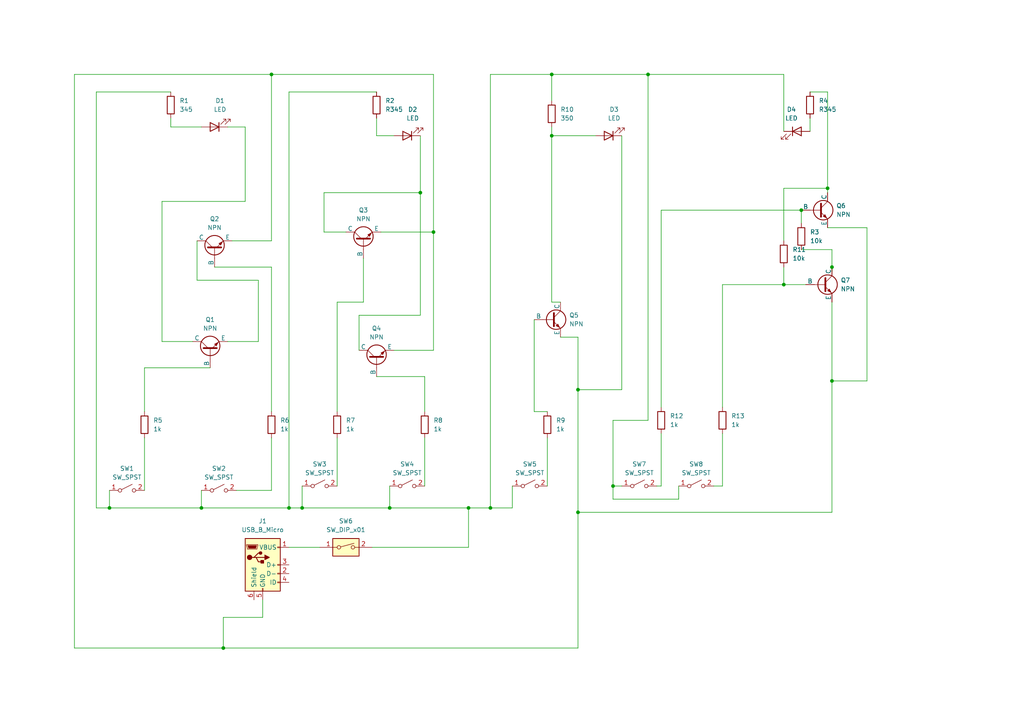
<source format=kicad_sch>
(kicad_sch (version 20231120) (generator "eeschema") (generator_version "8.0")
  (paper "A4")
  (lib_symbols
    (symbol "Connector:USB_B_Micro" (pin_names (offset 1.016))
      (property "Reference" "J" (at -5.08 11.43 0))
      (property "Value" "USB_B_Micro" (at -5.08 8.89 0))
      (symbol "USB_B_Micro_0_1"
        (rectangle (start -5.08 -7.62) (end 5.08 7.62) (stroke (width 0.254)) (fill (type background)))
        (circle (center -3.81 2.159) (radius 0.635) (stroke (width 0.254)) (fill (type outline)))
        (circle (center -0.635 3.429) (radius 0.381) (stroke (width 0.254)) (fill (type outline)))
        (rectangle (start -0.127 -7.62) (end 0.127 -6.858))
        (polyline (pts (xy -1.905 2.159) (xy 0.635 2.159)) (stroke (width 0.254)))
        (polyline (pts (xy -3.175 2.159) (xy -2.54 2.159) (xy -1.27 3.429) (xy -0.635 3.429)) (stroke (width 0.254)))
        (polyline (pts (xy -2.54 2.159) (xy -1.905 2.159) (xy -1.27 0.889) (xy 0 0.889)) (stroke (width 0.254)))
        (polyline (pts (xy 0.635 2.794) (xy 0.635 1.524) (xy 1.905 2.159) (xy 0.635 2.794)) (stroke (width 0.254)) (fill (type outline)))
        (polyline (pts (xy -4.318 5.588) (xy -1.778 5.588) (xy -2.032 4.826) (xy -4.064 4.826) (xy -4.318 5.588)) (fill (type outline)))
        (polyline (pts (xy -4.699 5.842) (xy -4.699 5.588) (xy -4.445 4.826) (xy -4.445 4.572) (xy -1.651 4.572) (xy -1.651 4.826) (xy -1.397 5.588) (xy -1.397 5.842) (xy -4.699 5.842)))
        (rectangle (start 0.254 1.27) (end -0.508 0.508) (stroke (width 0.254)) (fill (type outline)))
        (rectangle (start 5.08 -5.207) (end 4.318 -4.953))
        (rectangle (start 5.08 -2.667) (end 4.318 -2.413))
        (rectangle (start 5.08 -0.127) (end 4.318 0.127))
        (rectangle (start 5.08 4.953) (end 4.318 5.207))
      )
      (symbol "USB_B_Micro_1_1"
        (pin power_out line (at 7.62 5.08 180) (length 2.54) (name "VBUS") (number "1"))
        (pin bidirectional line (at 7.62 -2.54 180) (length 2.54) (name "D-") (number "2"))
        (pin bidirectional line (at 7.62 0 180) (length 2.54) (name "D+") (number "3"))
        (pin passive line (at 7.62 -5.08 180) (length 2.54) (name "ID") (number "4"))
        (pin power_out line (at 0 -10.16 90) (length 2.54) (name "GND") (number "5"))
        (pin passive line (at -2.54 -10.16 90) (length 2.54) (name "Shield") (number "6"))
      )
    )
    (symbol "Device:LED" (pin_numbers hide) (pin_names (offset 1.016) hide)
      (property "Reference" "D" (at 0 2.54 0))
      (property "Value" "LED" (at 0 -2.54 0))
      (symbol "LED_0_1"
        (polyline (pts (xy -1.27 -1.27) (xy -1.27 1.27)) (stroke (width 0.254)))
        (polyline (pts (xy -1.27 0) (xy 1.27 0)))
        (polyline (pts (xy 1.27 -1.27) (xy 1.27 1.27) (xy -1.27 0) (xy 1.27 -1.27)) (stroke (width 0.254)))
        (polyline (pts (xy -3.048 -0.762) (xy -4.572 -2.286) (xy -3.81 -2.286) (xy -4.572 -2.286) (xy -4.572 -1.524)))
        (polyline (pts (xy -1.778 -0.762) (xy -3.302 -2.286) (xy -2.54 -2.286) (xy -3.302 -2.286) (xy -3.302 -1.524)))
      )
      (symbol "LED_1_1"
        (pin passive line (at -3.81 0 0) (length 2.54) (name "K") (number "1"))
        (pin passive line (at 3.81 0 180) (length 2.54) (name "A") (number "2"))
      )
    )
    (symbol "Device:R" (pin_numbers hide) (pin_names (offset 0))
      (property "Reference" "R" (at 2.032 0 90))
      (property "Value" "R" (at 0 0 90))
      (symbol "R_0_1"
        (rectangle (start -1.016 -2.54) (end 1.016 2.54) (stroke (width 0.254)))
      )
      (symbol "R_1_1"
        (pin passive line (at 0 3.81 270) (length 1.27) (name "~") (number "1"))
        (pin passive line (at 0 -3.81 90) (length 1.27) (name "~") (number "2"))
      )
    )
    (symbol "Simulation_SPICE:NPN" (pin_numbers hide) (pin_names (offset 0))
      (property "Reference" "Q" (at -2.54 7.62 0))
      (property "Value" "NPN" (at -2.54 5.08 0))
      (symbol "NPN_0_1"
        (polyline (pts (xy -2.54 0) (xy 0.635 0)) (stroke (width 0.1524)))
        (polyline (pts (xy 0.635 0.635) (xy 2.54 2.54)))
        (polyline (pts (xy 2.794 -1.27) (xy 2.794 -1.27)) (stroke (width 0.1524)))
        (polyline (pts (xy 2.794 -1.27) (xy 2.794 -1.27)) (stroke (width 0.1524)))
        (polyline (pts (xy 0.635 -0.635) (xy 2.54 -2.54) (xy 2.54 -2.54)))
        (polyline (pts (xy 0.635 1.905) (xy 0.635 -1.905) (xy 0.635 -1.905)) (stroke (width 0.508)))
        (polyline (pts (xy 1.27 -1.778) (xy 1.778 -1.27) (xy 2.286 -2.286) (xy 1.27 -1.778) (xy 1.27 -1.778)) (fill (type outline)))
        (circle (center 1.27 0) (radius 2.8194) (stroke (width 0.254)))
      )
      (symbol "NPN_1_1"
        (pin open_collector line (at 2.54 5.08 270) (length 2.54) (name "C") (number "1"))
        (pin input line (at -5.08 0 0) (length 2.54) (name "B") (number "2"))
        (pin open_emitter line (at 2.54 -5.08 90) (length 2.54) (name "E") (number "3"))
      )
    )
    (symbol "Switch:SW_DIP_x01" (pin_names (offset 0) hide)
      (property "Reference" "SW" (at 0 3.81 0))
      (property "Value" "SW_DIP_x01" (at 0 -3.81 0))
      (symbol "SW_DIP_x01_0_0"
        (circle (center -2.032 0) (radius 0.508))
        (polyline (pts (xy -1.524 0.127) (xy 2.3622 1.1684)))
        (circle (center 2.032 0) (radius 0.508))
      )
      (symbol "SW_DIP_x01_0_1"
        (rectangle (start -3.81 2.54) (end 3.81 -2.54) (stroke (width 0.254)) (fill (type background)))
      )
      (symbol "SW_DIP_x01_1_1"
        (pin passive line (at -7.62 0 0) (length 5.08) (name "~") (number "1"))
        (pin passive line (at 7.62 0 180) (length 5.08) (name "~") (number "2"))
      )
    )
    (symbol "Switch:SW_SPST" (pin_names (offset 0) hide)
      (property "Reference" "SW" (at 0 3.175 0))
      (property "Value" "SW_SPST" (at 0 -2.54 0))
      (symbol "SW_SPST_0_0"
        (circle (center -2.032 0) (radius 0.508))
        (polyline (pts (xy -1.524 0.254) (xy 1.524 1.778)))
        (circle (center 2.032 0) (radius 0.508))
      )
      (symbol "SW_SPST_1_1"
        (pin passive line (at -5.08 0 0) (length 2.54) (name "A") (number "1"))
        (pin passive line (at 5.08 0 180) (length 2.54) (name "B") (number "2"))
      )
    )
  )
  (junction (at 142.24 147.32))
  (junction (at 121.92 55.88))
  (junction (at 31.75 147.32))
  (junction (at 87.63 147.32))
  (junction (at 58.42 147.32))
  (junction (at 167.64 148.59))
  (junction (at 241.3 110.49))
  (junction (at 83.82 147.32))
  (junction (at 240.03 54.61))
  (junction (at 227.33 82.55))
  (junction (at 64.77 187.96))
  (junction (at 187.96 21.59))
  (junction (at 113.03 147.32))
  (junction (at 160.02 39.37))
  (junction (at 232.41 60.96))
  (junction (at 135.89 147.32))
  (junction (at 125.73 67.31))
  (junction (at 167.64 113.03))
  (junction (at 177.8 140.97))
  (junction (at 160.02 21.59))
  (junction (at 241.3 77.47))
  (junction (at 78.74 21.59))
  (wire (pts (xy 97.79 87.63) (xy 97.79 119.38)))
  (wire (pts (xy 21.59 21.59) (xy 21.59 187.96)))
  (wire (pts (xy 251.46 110.49) (xy 241.3 110.49)))
  (wire (pts (xy 142.24 147.32) (xy 135.89 147.32)))
  (wire (pts (xy 121.92 39.37) (xy 121.92 55.88)))
  (wire (pts (xy 241.3 72.39) (xy 241.3 77.47)))
  (wire (pts (xy 107.95 158.75) (xy 135.89 158.75)))
  (wire (pts (xy 41.91 106.68) (xy 41.91 119.38)))
  (wire (pts (xy 207.01 140.97) (xy 209.55 140.97)))
  (wire (pts (xy 64.77 179.07) (xy 76.2 179.07)))
  (wire (pts (xy 110.49 67.31) (xy 125.73 67.31)))
  (wire (pts (xy 58.42 147.32) (xy 83.82 147.32)))
  (wire (pts (xy 180.34 113.03) (xy 167.64 113.03)))
  (wire (pts (xy 31.75 147.32) (xy 27.94 147.32)))
  (wire (pts (xy 180.34 39.37) (xy 180.34 113.03)))
  (wire (pts (xy 71.12 36.83) (xy 71.12 58.42)))
  (wire (pts (xy 154.94 92.71) (xy 154.94 119.38)))
  (wire (pts (xy 167.64 187.96) (xy 64.77 187.96)))
  (wire (pts (xy 31.75 147.32) (xy 31.75 142.24)))
  (wire (pts (xy 241.3 72.39) (xy 232.41 72.39)))
  (wire (pts (xy 97.79 127) (xy 97.79 140.97)))
  (wire (pts (xy 71.12 36.83) (xy 66.04 36.83)))
  (wire (pts (xy 104.14 101.6) (xy 104.14 91.44)))
  (wire (pts (xy 46.99 99.06) (xy 55.88 99.06)))
  (wire (pts (xy 135.89 147.32) (xy 113.03 147.32)))
  (wire (pts (xy 125.73 21.59) (xy 125.73 67.31)))
  (wire (pts (xy 67.31 69.85) (xy 78.74 69.85)))
  (wire (pts (xy 105.41 87.63) (xy 105.41 74.93)))
  (wire (pts (xy 104.14 91.44) (xy 121.92 91.44)))
  (wire (pts (xy 71.12 58.42) (xy 46.99 58.42)))
  (wire (pts (xy 66.04 99.06) (xy 74.93 99.06)))
  (wire (pts (xy 158.75 127) (xy 158.75 140.97)))
  (wire (pts (xy 121.92 91.44) (xy 121.92 55.88)))
  (wire (pts (xy 227.33 82.55) (xy 233.68 82.55)))
  (wire (pts (xy 113.03 140.97) (xy 113.03 147.32)))
  (wire (pts (xy 27.94 26.67) (xy 49.53 26.67)))
  (wire (pts (xy 142.24 21.59) (xy 160.02 21.59)))
  (wire (pts (xy 97.79 87.63) (xy 105.41 87.63)))
  (wire (pts (xy 125.73 67.31) (xy 125.73 101.6)))
  (wire (pts (xy 162.56 97.79) (xy 167.64 97.79)))
  (wire (pts (xy 109.22 39.37) (xy 109.22 34.29)))
  (wire (pts (xy 187.96 21.59) (xy 227.33 21.59)))
  (wire (pts (xy 180.34 140.97) (xy 177.8 140.97)))
  (wire (pts (xy 209.55 140.97) (xy 209.55 125.73)))
  (wire (pts (xy 27.94 26.67) (xy 27.94 147.32)))
  (wire (pts (xy 78.74 77.47) (xy 78.74 119.38)))
  (wire (pts (xy 64.77 187.96) (xy 21.59 187.96)))
  (wire (pts (xy 83.82 147.32) (xy 87.63 147.32)))
  (wire (pts (xy 93.98 55.88) (xy 121.92 55.88)))
  (wire (pts (xy 49.53 36.83) (xy 58.42 36.83)))
  (wire (pts (xy 160.02 21.59) (xy 160.02 29.21)))
  (wire (pts (xy 49.53 36.83) (xy 49.53 34.29)))
  (wire (pts (xy 191.77 60.96) (xy 232.41 60.96)))
  (wire (pts (xy 87.63 147.32) (xy 113.03 147.32)))
  (wire (pts (xy 87.63 140.97) (xy 87.63 147.32)))
  (wire (pts (xy 209.55 82.55) (xy 227.33 82.55)))
  (wire (pts (xy 78.74 77.47) (xy 62.23 77.47)))
  (wire (pts (xy 191.77 118.11) (xy 191.77 60.96)))
  (wire (pts (xy 234.95 34.29) (xy 234.95 38.1)))
  (wire (pts (xy 240.03 26.67) (xy 240.03 54.61)))
  (wire (pts (xy 93.98 55.88) (xy 93.98 67.31)))
  (wire (pts (xy 191.77 140.97) (xy 191.77 125.73)))
  (wire (pts (xy 240.03 26.67) (xy 234.95 26.67)))
  (wire (pts (xy 241.3 110.49) (xy 241.3 148.59)))
  (wire (pts (xy 187.96 121.92) (xy 177.8 121.92)))
  (wire (pts (xy 187.96 21.59) (xy 187.96 121.92)))
  (wire (pts (xy 148.59 147.32) (xy 142.24 147.32)))
  (wire (pts (xy 46.99 58.42) (xy 46.99 99.06)))
  (wire (pts (xy 76.2 179.07) (xy 76.2 173.99)))
  (wire (pts (xy 227.33 54.61) (xy 227.33 69.85)))
  (wire (pts (xy 114.3 39.37) (xy 109.22 39.37)))
  (wire (pts (xy 167.64 113.03) (xy 167.64 148.59)))
  (wire (pts (xy 64.77 179.07) (xy 64.77 187.96)))
  (wire (pts (xy 58.42 142.24) (xy 58.42 147.32)))
  (wire (pts (xy 251.46 66.04) (xy 251.46 110.49)))
  (wire (pts (xy 227.33 21.59) (xy 227.33 38.1)))
  (wire (pts (xy 227.33 77.47) (xy 227.33 82.55)))
  (wire (pts (xy 160.02 36.83) (xy 160.02 39.37)))
  (wire (pts (xy 78.74 127) (xy 78.74 142.24)))
  (wire (pts (xy 123.19 127) (xy 123.19 140.97)))
  (wire (pts (xy 58.42 147.32) (xy 31.75 147.32)))
  (wire (pts (xy 158.75 119.38) (xy 154.94 119.38)))
  (wire (pts (xy 160.02 39.37) (xy 160.02 87.63)))
  (wire (pts (xy 196.85 144.78) (xy 196.85 140.97)))
  (wire (pts (xy 123.19 109.22) (xy 109.22 109.22)))
  (wire (pts (xy 241.3 148.59) (xy 167.64 148.59)))
  (wire (pts (xy 83.82 158.75) (xy 92.71 158.75)))
  (wire (pts (xy 160.02 21.59) (xy 187.96 21.59)))
  (wire (pts (xy 74.93 81.28) (xy 57.15 81.28)))
  (wire (pts (xy 93.98 67.31) (xy 100.33 67.31)))
  (wire (pts (xy 160.02 39.37) (xy 172.72 39.37)))
  (wire (pts (xy 41.91 127) (xy 41.91 142.24)))
  (wire (pts (xy 177.8 144.78) (xy 196.85 144.78)))
  (wire (pts (xy 78.74 142.24) (xy 68.58 142.24)))
  (wire (pts (xy 177.8 140.97) (xy 177.8 144.78)))
  (wire (pts (xy 78.74 21.59) (xy 125.73 21.59)))
  (wire (pts (xy 109.22 26.67) (xy 83.82 26.67)))
  (wire (pts (xy 123.19 109.22) (xy 123.19 119.38)))
  (wire (pts (xy 83.82 26.67) (xy 83.82 147.32)))
  (wire (pts (xy 21.59 21.59) (xy 78.74 21.59)))
  (wire (pts (xy 240.03 66.04) (xy 251.46 66.04)))
  (wire (pts (xy 41.91 106.68) (xy 60.96 106.68)))
  (wire (pts (xy 142.24 21.59) (xy 142.24 147.32)))
  (wire (pts (xy 177.8 121.92) (xy 177.8 140.97)))
  (wire (pts (xy 148.59 140.97) (xy 148.59 147.32)))
  (wire (pts (xy 114.3 101.6) (xy 125.73 101.6)))
  (wire (pts (xy 241.3 77.47) (xy 241.3 78.74)))
  (wire (pts (xy 160.02 87.63) (xy 162.56 87.63)))
  (wire (pts (xy 227.33 54.61) (xy 240.03 54.61)))
  (wire (pts (xy 232.41 60.96) (xy 232.41 64.77)))
  (wire (pts (xy 241.3 87.63) (xy 241.3 110.49)))
  (wire (pts (xy 167.64 148.59) (xy 167.64 187.96)))
  (wire (pts (xy 190.5 140.97) (xy 191.77 140.97)))
  (wire (pts (xy 209.55 118.11) (xy 209.55 82.55)))
  (wire (pts (xy 78.74 69.85) (xy 78.74 21.59)))
  (wire (pts (xy 57.15 81.28) (xy 57.15 69.85)))
  (wire (pts (xy 240.03 54.61) (xy 240.03 55.88)))
  (wire (pts (xy 135.89 147.32) (xy 135.89 158.75)))
  (wire (pts (xy 167.64 97.79) (xy 167.64 113.03)))
  (wire (pts (xy 74.93 99.06) (xy 74.93 81.28)))
  (symbol (lib_id "Simulation_SPICE:NPN") (at 237.49 60.96 0) (unit 1)
    (property "Reference" "Q6" (at 242.57 59.6899 0) (effects (justify left)))
    (property "Value" "NPN" (at 242.57 62.2299 0) (effects (justify left)))
    (property "Footprint" "Package_TO_SOT_THT:TO-92L_HandSolder" (effects (hide yes)))
    (property "Datasheet" "https://ngspice.sourceforge.io/docs/ngspice-html-manual/manual.xhtml#cha_BJTs" (effects (hide yes)))
    (property "Description" "Bipolar transistor symbol for simulation only, substrate tied to the emitter" (effects (hide yes)))
    (property "Sim.Device" "NPN" (effects (hide yes)))
    (property "Sim.Type" "GUMMELPOON" (effects (hide yes)))
    (property "Sim.Pins" "1=C 2=B 3=E" (effects (hide yes)))
  )
  (symbol (lib_id "Device:LED") (at 176.53 39.37 180) (unit 1)
    (property "Reference" "D3" (at 178.1175 31.75 0))
    (property "Value" "LED" (at 178.1175 34.29 0))
    (property "Footprint" "LED_THT:LED_D5.0mm" (effects (hide yes)))
    (property "Description" "Light emitting diode" (effects (hide yes)))
  )
  (symbol (lib_id "Switch:SW_DIP_x01") (at 100.33 158.75 0) (unit 1)
    (property "Reference" "SW6" (at 100.33 151.13 0))
    (property "Value" "SW_DIP_x01" (at 100.33 153.67 0))
    (property "Footprint" "Button_Switch_THT:SW_DIP_SPSTx01_Slide_9.78x4.72mm_W7.62mm_P2.54mm" (effects (hide yes)))
    (property "Description" "1x DIP Switch, Single Pole Single Throw (SPST) switch, small symbol" (effects (hide yes)))
  )
  (symbol (lib_id "Switch:SW_SPST") (at 92.71 140.97 0) (unit 1)
    (property "Reference" "SW3" (at 92.71 134.62 0))
    (property "Value" "SW_SPST" (at 92.71 137.16 0))
    (property "Footprint" "Button_Switch_THT:SW_Push_2P1T_Toggle_CK_PVA1xxH1xxxxxxV2" (effects (hide yes)))
    (property "Description" "Single Pole Single Throw (SPST) switch" (effects (hide yes)))
  )
  (symbol (lib_id "Switch:SW_SPST") (at 118.11 140.97 0) (unit 1)
    (property "Reference" "SW4" (at 118.11 134.62 0))
    (property "Value" "SW_SPST" (at 118.11 137.16 0))
    (property "Footprint" "Button_Switch_THT:SW_Push_2P1T_Toggle_CK_PVA1xxH1xxxxxxV2" (effects (hide yes)))
    (property "Description" "Single Pole Single Throw (SPST) switch" (effects (hide yes)))
  )
  (symbol (lib_id "Device:R") (at 109.22 30.48 0) (unit 1)
    (property "Reference" "R2" (at 111.76 29.2099 0) (effects (justify left)))
    (property "Value" "R345" (at 111.76 31.7499 0) (effects (justify left)))
    (property "Footprint" "Resistor_THT:R_Axial_DIN0207_L6.3mm_D2.5mm_P10.16mm_Horizontal" (effects (hide yes)))
    (property "Description" "Resistor" (effects (hide yes)))
  )
  (symbol (lib_id "Device:R") (at 97.79 123.19 0) (unit 1)
    (property "Reference" "R7" (at 100.33 121.9199 0) (effects (justify left)))
    (property "Value" "1k" (at 100.33 124.4599 0) (effects (justify left)))
    (property "Footprint" "Resistor_THT:R_Axial_DIN0207_L6.3mm_D2.5mm_P10.16mm_Horizontal" (effects (hide yes)))
    (property "Description" "Resistor" (effects (hide yes)))
  )
  (symbol (lib_id "Device:R") (at 232.41 68.58 0) (unit 1)
    (property "Reference" "R3" (at 234.95 67.3099 0) (effects (justify left)))
    (property "Value" "10k" (at 234.95 69.8499 0) (effects (justify left)))
    (property "Footprint" "Resistor_THT:R_Axial_DIN0207_L6.3mm_D2.5mm_P10.16mm_Horizontal" (effects (hide yes)))
    (property "Description" "Resistor" (effects (hide yes)))
  )
  (symbol (lib_id "Simulation_SPICE:NPN") (at 160.02 92.71 0) (unit 1)
    (property "Reference" "Q5" (at 165.1 91.4399 0) (effects (justify left)))
    (property "Value" "NPN" (at 165.1 93.9799 0) (effects (justify left)))
    (property "Footprint" "Package_TO_SOT_THT:TO-92L_HandSolder" (effects (hide yes)))
    (property "Datasheet" "https://ngspice.sourceforge.io/docs/ngspice-html-manual/manual.xhtml#cha_BJTs" (effects (hide yes)))
    (property "Description" "Bipolar transistor symbol for simulation only, substrate tied to the emitter" (effects (hide yes)))
    (property "Sim.Device" "NPN" (effects (hide yes)))
    (property "Sim.Type" "GUMMELPOON" (effects (hide yes)))
    (property "Sim.Pins" "1=C 2=B 3=E" (effects (hide yes)))
  )
  (symbol (lib_id "Device:R") (at 191.77 121.92 0) (unit 1)
    (property "Reference" "R12" (at 194.31 120.6499 0) (effects (justify left)))
    (property "Value" "1k" (at 194.31 123.1899 0) (effects (justify left)))
    (property "Footprint" "Resistor_THT:R_Axial_DIN0207_L6.3mm_D2.5mm_P10.16mm_Horizontal" (effects (hide yes)))
    (property "Description" "Resistor" (effects (hide yes)))
  )
  (symbol (lib_id "Device:LED") (at 231.14 38.1 0) (unit 1)
    (property "Reference" "D4" (at 229.5525 31.75 0))
    (property "Value" "LED" (at 229.5525 34.29 0))
    (property "Footprint" "LED_THT:LED_D5.0mm" (effects (hide yes)))
    (property "Description" "Light emitting diode" (effects (hide yes)))
  )
  (symbol (lib_id "Switch:SW_SPST") (at 63.5 142.24 0) (unit 1)
    (property "Reference" "SW2" (at 63.5 135.89 0))
    (property "Value" "SW_SPST" (at 63.5 138.43 0))
    (property "Footprint" "Button_Switch_THT:SW_Push_2P1T_Toggle_CK_PVA1xxH1xxxxxxV2" (effects (hide yes)))
    (property "Description" "Single Pole Single Throw (SPST) switch" (effects (hide yes)))
  )
  (symbol (lib_id "Connector:USB_B_Micro") (at 76.2 163.83 0) (unit 1)
    (property "Reference" "J1" (at 76.2 151.13 0))
    (property "Value" "USB_B_Micro" (at 76.2 153.67 0))
    (property "Footprint" "Connector_USB:USB_Mini-B_Tensility_54-00023_Vertical_CircularHoles" (effects (hide yes)))
    (property "Description" "USB Micro Type B connector" (effects (hide yes)))
  )
  (symbol (lib_id "Switch:SW_SPST") (at 36.83 142.24 0) (unit 1)
    (property "Reference" "SW1" (at 36.83 135.89 0))
    (property "Value" "SW_SPST" (at 36.83 138.43 0))
    (property "Footprint" "Button_Switch_THT:SW_Push_2P1T_Toggle_CK_PVA1xxH1xxxxxxV2" (effects (hide yes)))
    (property "Description" "Single Pole Single Throw (SPST) switch" (effects (hide yes)))
  )
  (symbol (lib_id "Device:R") (at 78.74 123.19 0) (unit 1)
    (property "Reference" "R6" (at 81.28 121.9199 0) (effects (justify left)))
    (property "Value" "1k" (at 81.28 124.4599 0) (effects (justify left)))
    (property "Footprint" "Resistor_THT:R_Axial_DIN0207_L6.3mm_D2.5mm_P10.16mm_Horizontal" (effects (hide yes)))
    (property "Description" "Resistor" (effects (hide yes)))
  )
  (symbol (lib_id "Device:R") (at 41.91 123.19 0) (unit 1)
    (property "Reference" "R5" (at 44.45 121.9199 0) (effects (justify left)))
    (property "Value" "1k" (at 44.45 124.4599 0) (effects (justify left)))
    (property "Footprint" "Resistor_THT:R_Axial_DIN0207_L6.3mm_D2.5mm_P10.16mm_Horizontal" (effects (hide yes)))
    (property "Description" "Resistor" (effects (hide yes)))
  )
  (symbol (lib_id "Device:R") (at 49.53 30.48 0) (unit 1)
    (property "Reference" "R1" (at 52.07 29.2099 0) (effects (justify left)))
    (property "Value" "345" (at 52.07 31.7499 0) (effects (justify left)))
    (property "Footprint" "Resistor_THT:R_Axial_DIN0207_L6.3mm_D2.5mm_P10.16mm_Horizontal" (effects (hide yes)))
    (property "Description" "Resistor" (effects (hide yes)))
  )
  (symbol (lib_id "Device:R") (at 158.75 123.19 0) (unit 1)
    (property "Reference" "R9" (at 161.29 121.9199 0) (effects (justify left)))
    (property "Value" "1k" (at 161.29 124.4599 0) (effects (justify left)))
    (property "Footprint" "Resistor_THT:R_Axial_DIN0207_L6.3mm_D2.5mm_P10.16mm_Horizontal" (effects (hide yes)))
    (property "Description" "Resistor" (effects (hide yes)))
  )
  (symbol (lib_id "Switch:SW_SPST") (at 201.93 140.97 0) (unit 1)
    (property "Reference" "SW8" (at 201.93 134.62 0))
    (property "Value" "SW_SPST" (at 201.93 137.16 0))
    (property "Footprint" "Button_Switch_THT:SW_Push_2P1T_Toggle_CK_PVA1xxH1xxxxxxV2" (effects (hide yes)))
    (property "Description" "Single Pole Single Throw (SPST) switch" (effects (hide yes)))
  )
  (symbol (lib_id "Switch:SW_SPST") (at 185.42 140.97 0) (unit 1)
    (property "Reference" "SW7" (at 185.42 134.62 0))
    (property "Value" "SW_SPST" (at 185.42 137.16 0))
    (property "Footprint" "Button_Switch_THT:SW_Push_2P1T_Toggle_CK_PVA1xxH1xxxxxxV2" (effects (hide yes)))
    (property "Description" "Single Pole Single Throw (SPST) switch" (effects (hide yes)))
  )
  (symbol (lib_id "Device:R") (at 227.33 73.66 0) (unit 1)
    (property "Reference" "R11" (at 229.87 72.3899 0) (effects (justify left)))
    (property "Value" "10k" (at 229.87 74.9299 0) (effects (justify left)))
    (property "Footprint" "Resistor_THT:R_Axial_DIN0207_L6.3mm_D2.5mm_P10.16mm_Horizontal" (effects (hide yes)))
    (property "Description" "Resistor" (effects (hide yes)))
  )
  (symbol (lib_id "Device:LED") (at 62.23 36.83 180) (unit 1)
    (property "Reference" "D1" (at 63.8175 29.21 0))
    (property "Value" "LED" (at 63.8175 31.75 0))
    (property "Footprint" "LED_THT:LED_D5.0mm" (effects (hide yes)))
    (property "Description" "Light emitting diode" (effects (hide yes)))
  )
  (symbol (lib_id "Device:R") (at 160.02 33.02 0) (unit 1)
    (property "Reference" "R10" (at 162.56 31.7499 0) (effects (justify left)))
    (property "Value" "350" (at 162.56 34.2899 0) (effects (justify left)))
    (property "Footprint" "Resistor_THT:R_Axial_DIN0207_L6.3mm_D2.5mm_P10.16mm_Horizontal" (effects (hide yes)))
    (property "Description" "Resistor" (effects (hide yes)))
  )
  (symbol (lib_id "Device:R") (at 209.55 121.92 0) (unit 1)
    (property "Reference" "R13" (at 212.09 120.6499 0) (effects (justify left)))
    (property "Value" "1k" (at 212.09 123.1899 0) (effects (justify left)))
    (property "Footprint" "Resistor_THT:R_Axial_DIN0207_L6.3mm_D2.5mm_P10.16mm_Horizontal" (effects (hide yes)))
    (property "Description" "Resistor" (effects (hide yes)))
  )
  (symbol (lib_id "Simulation_SPICE:NPN") (at 62.23 72.39 90) (unit 1)
    (property "Reference" "Q2" (at 62.23 63.5 90))
    (property "Value" "NPN" (at 62.23 66.04 90))
    (property "Footprint" "Package_TO_SOT_THT:TO-92L_HandSolder" (effects (hide yes)))
    (property "Datasheet" "https://ngspice.sourceforge.io/docs/ngspice-html-manual/manual.xhtml#cha_BJTs" (effects (hide yes)))
    (property "Description" "Bipolar transistor symbol for simulation only, substrate tied to the emitter" (effects (hide yes)))
    (property "Sim.Device" "NPN" (effects (hide yes)))
    (property "Sim.Type" "GUMMELPOON" (effects (hide yes)))
    (property "Sim.Pins" "1=C 2=B 3=E" (effects (hide yes)))
  )
  (symbol (lib_id "Switch:SW_SPST") (at 153.67 140.97 0) (unit 1)
    (property "Reference" "SW5" (at 153.67 134.62 0))
    (property "Value" "SW_SPST" (at 153.67 137.16 0))
    (property "Footprint" "Button_Switch_THT:SW_Push_2P1T_Toggle_CK_PVA1xxH1xxxxxxV2" (effects (hide yes)))
    (property "Description" "Single Pole Single Throw (SPST) switch" (effects (hide yes)))
  )
  (symbol (lib_id "Simulation_SPICE:NPN") (at 60.96 101.6 90) (unit 1)
    (property "Reference" "Q1" (at 60.96 92.71 90))
    (property "Value" "NPN" (at 60.96 95.25 90))
    (property "Footprint" "Package_TO_SOT_THT:TO-92L_HandSolder" (effects (hide yes)))
    (property "Datasheet" "https://ngspice.sourceforge.io/docs/ngspice-html-manual/manual.xhtml#cha_BJTs" (effects (hide yes)))
    (property "Description" "Bipolar transistor symbol for simulation only, substrate tied to the emitter" (effects (hide yes)))
    (property "Sim.Device" "NPN" (effects (hide yes)))
    (property "Sim.Type" "GUMMELPOON" (effects (hide yes)))
    (property "Sim.Pins" "1=C 2=B 3=E" (effects (hide yes)))
  )
  (symbol (lib_id "Device:R") (at 234.95 30.48 0) (unit 1)
    (property "Reference" "R4" (at 237.49 29.2099 0) (effects (justify left)))
    (property "Value" "R345" (at 237.49 31.7499 0) (effects (justify left)))
    (property "Footprint" "Resistor_THT:R_Axial_DIN0207_L6.3mm_D2.5mm_P10.16mm_Horizontal" (effects (hide yes)))
    (property "Description" "Resistor" (effects (hide yes)))
  )
  (symbol (lib_id "Simulation_SPICE:NPN") (at 105.41 69.85 90) (unit 1)
    (property "Reference" "Q3" (at 105.41 60.96 90))
    (property "Value" "NPN" (at 105.41 63.5 90))
    (property "Footprint" "Package_TO_SOT_THT:TO-92L_HandSolder" (effects (hide yes)))
    (property "Datasheet" "https://ngspice.sourceforge.io/docs/ngspice-html-manual/manual.xhtml#cha_BJTs" (effects (hide yes)))
    (property "Description" "Bipolar transistor symbol for simulation only, substrate tied to the emitter" (effects (hide yes)))
    (property "Sim.Device" "NPN" (effects (hide yes)))
    (property "Sim.Type" "GUMMELPOON" (effects (hide yes)))
    (property "Sim.Pins" "1=C 2=B 3=E" (effects (hide yes)))
  )
  (symbol (lib_id "Simulation_SPICE:NPN") (at 238.76 82.55 0) (unit 1)
    (property "Reference" "Q7" (at 243.84 81.2799 0) (effects (justify left)))
    (property "Value" "NPN" (at 243.84 83.8199 0) (effects (justify left)))
    (property "Footprint" "Package_TO_SOT_THT:TO-92L_HandSolder" (effects (hide yes)))
    (property "Datasheet" "https://ngspice.sourceforge.io/docs/ngspice-html-manual/manual.xhtml#cha_BJTs" (effects (hide yes)))
    (property "Description" "Bipolar transistor symbol for simulation only, substrate tied to the emitter" (effects (hide yes)))
    (property "Sim.Device" "NPN" (effects (hide yes)))
    (property "Sim.Type" "GUMMELPOON" (effects (hide yes)))
    (property "Sim.Pins" "1=C 2=B 3=E" (effects (hide yes)))
  )
  (symbol (lib_id "Device:R") (at 123.19 123.19 0) (unit 1)
    (property "Reference" "R8" (at 125.73 121.9199 0) (effects (justify left)))
    (property "Value" "1k" (at 125.73 124.4599 0) (effects (justify left)))
    (property "Footprint" "Resistor_THT:R_Axial_DIN0207_L6.3mm_D2.5mm_P10.16mm_Horizontal" (effects (hide yes)))
    (property "Description" "Resistor" (effects (hide yes)))
  )
  (symbol (lib_id "Device:LED") (at 118.11 39.37 180) (unit 1)
    (property "Reference" "D2" (at 119.6975 31.75 0))
    (property "Value" "LED" (at 119.6975 34.29 0))
    (property "Footprint" "LED_THT:LED_D5.0mm" (effects (hide yes)))
    (property "Description" "Light emitting diode" (effects (hide yes)))
  )
  (symbol (lib_id "Simulation_SPICE:NPN") (at 109.22 104.14 90) (unit 1)
    (property "Reference" "Q4" (at 109.22 95.25 90))
    (property "Value" "NPN" (at 109.22 97.79 90))
    (property "Footprint" "Package_TO_SOT_THT:TO-92L_HandSolder" (effects (hide yes)))
    (property "Datasheet" "https://ngspice.sourceforge.io/docs/ngspice-html-manual/manual.xhtml#cha_BJTs" (effects (hide yes)))
    (property "Description" "Bipolar transistor symbol for simulation only, substrate tied to the emitter" (effects (hide yes)))
    (property "Sim.Device" "NPN" (effects (hide yes)))
    (property "Sim.Type" "GUMMELPOON" (effects (hide yes)))
    (property "Sim.Pins" "1=C 2=B 3=E" (effects (hide yes)))
  )
)
</source>
